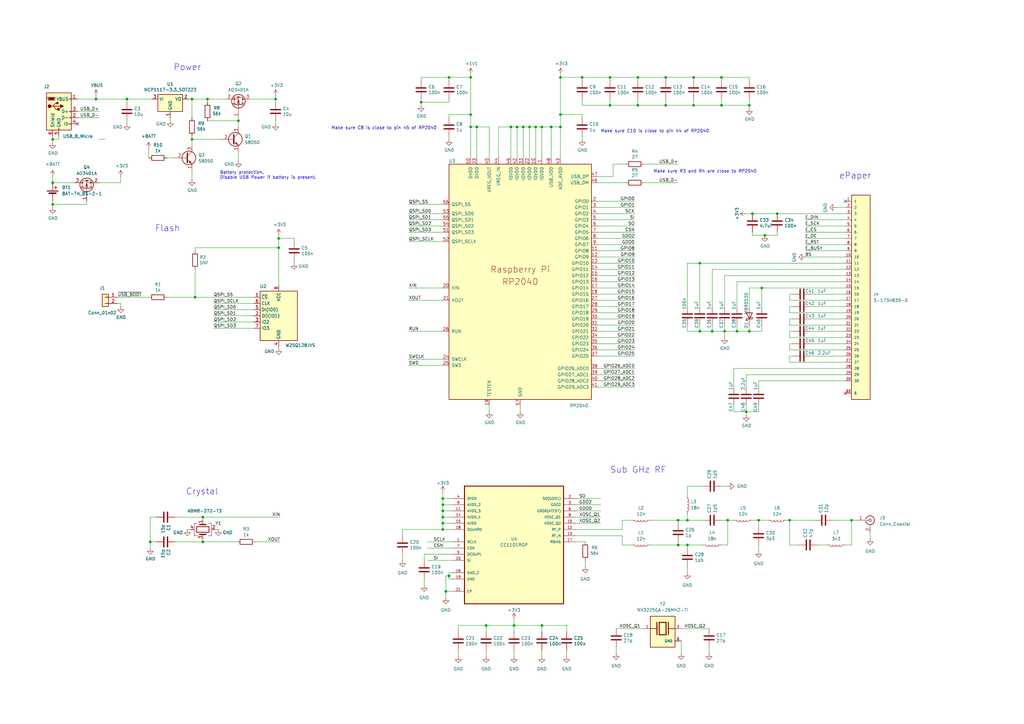
<source format=kicad_sch>
(kicad_sch (version 20230121) (generator eeschema)
  (paper "A3")
  (junction (at 181.61 212.09))
  (junction (at 261.62 31.75))
  (junction (at 307.34 135.89))
  (junction (at 78.74 40.64))
  (junction (at 85.09 40.64))
  (junction (at 214.63 52.07))
  (junction (at 114.3 101.6))
  (junction (at 229.87 46.99))
  (junction (at 261.62 43.18))
  (junction (at 61.595 222.25))
  (junction (at 217.17 52.07))
  (junction (at 287.02 135.89))
  (junction (at 80.01 121.92))
  (junction (at 284.48 31.75))
  (junction (at 21.59 74.93))
  (junction (at 83.185 212.09))
  (junction (at 273.05 43.18))
  (junction (at 21.59 57.15))
  (junction (at 52.07 40.64))
  (junction (at 21.59 83.82))
  (junction (at 222.25 256.54))
  (junction (at 308.61 87.63))
  (junction (at 284.48 43.18))
  (junction (at 323.85 213.36))
  (junction (at 229.87 52.07))
  (junction (at 172.72 41.91))
  (junction (at 295.91 31.75))
  (junction (at 193.04 52.07))
  (junction (at 182.88 242.57))
  (junction (at 181.61 204.47))
  (junction (at 39.37 40.64))
  (junction (at 278.13 213.36))
  (junction (at 311.15 213.36))
  (junction (at 184.15 236.22))
  (junction (at 210.82 256.54))
  (junction (at 349.25 213.36))
  (junction (at 97.79 49.53))
  (junction (at 113.03 40.64))
  (junction (at 292.1 135.89))
  (junction (at 287.02 107.95))
  (junction (at 281.94 223.52))
  (junction (at 193.04 46.99))
  (junction (at 297.18 135.89))
  (junction (at 307.34 43.18))
  (junction (at 281.94 213.36))
  (junction (at 250.19 43.18))
  (junction (at 83.185 222.25))
  (junction (at 199.39 256.54))
  (junction (at 209.55 52.07))
  (junction (at 229.87 31.75))
  (junction (at 273.05 31.75))
  (junction (at 295.91 43.18))
  (junction (at 313.69 96.52))
  (junction (at 193.04 31.75))
  (junction (at 212.09 52.07))
  (junction (at 114.3 97.79))
  (junction (at 298.45 213.36))
  (junction (at 195.58 52.07))
  (junction (at 181.61 214.63))
  (junction (at 222.25 52.07))
  (junction (at 181.61 217.17))
  (junction (at 78.74 57.15))
  (junction (at 184.15 31.75))
  (junction (at 250.19 31.75))
  (junction (at 318.77 87.63))
  (junction (at 312.42 118.11))
  (junction (at 181.61 209.55))
  (junction (at 181.61 207.01))
  (junction (at 278.13 223.52))
  (junction (at 238.76 31.75))
  (junction (at 219.71 52.07))
  (junction (at 226.06 52.07))
  (junction (at 306.07 168.91))
  (junction (at 302.26 135.89))
  (no_connect (at 346.71 161.29))
  (no_connect (at 346.71 82.55))
  (no_connect (at 31.75 50.8))
  (wire (pts (xy 236.22 214.63) (xy 246.38 214.63)))
  (wire (pts (xy 325.12 140.97) (xy 323.85 140.97)))
  (wire (pts (xy 323.85 146.05) (xy 323.85 148.59)))
  (wire (pts (xy 229.87 31.75) (xy 238.76 31.75)))
  (wire (pts (xy 193.04 52.07) (xy 193.04 64.77)))
  (wire (pts (xy 266.7 223.52) (xy 278.13 223.52)))
  (wire (pts (xy 245.11 115.57) (xy 260.35 115.57)))
  (wire (pts (xy 325.12 125.73) (xy 323.85 125.73)))
  (wire (pts (xy 300.99 158.75) (xy 300.99 151.13)))
  (wire (pts (xy 181.61 147.32) (xy 167.64 147.32)))
  (wire (pts (xy 185.42 234.95) (xy 184.15 234.95)))
  (wire (pts (xy 167.64 92.71) (xy 181.61 92.71)))
  (wire (pts (xy 97.79 49.53) (xy 97.79 52.07)))
  (wire (pts (xy 104.14 127) (xy 87.63 127)))
  (wire (pts (xy 222.25 52.07) (xy 226.06 52.07)))
  (wire (pts (xy 284.48 33.02) (xy 284.48 31.75)))
  (wire (pts (xy 104.14 132.08) (xy 87.63 132.08)))
  (wire (pts (xy 250.19 40.64) (xy 250.19 43.18)))
  (wire (pts (xy 323.85 213.36) (xy 322.58 213.36)))
  (wire (pts (xy 182.88 236.22) (xy 184.15 236.22)))
  (wire (pts (xy 287.02 107.95) (xy 281.94 107.95)))
  (wire (pts (xy 245.11 156.21) (xy 260.35 156.21)))
  (wire (pts (xy 281.94 213.36) (xy 288.29 213.36)))
  (wire (pts (xy 21.59 55.88) (xy 21.59 57.15)))
  (wire (pts (xy 172.72 41.91) (xy 172.72 43.18)))
  (wire (pts (xy 175.26 229.87) (xy 185.42 229.87)))
  (wire (pts (xy 219.71 52.07) (xy 222.25 52.07)))
  (wire (pts (xy 24.13 55.88) (xy 24.13 57.15)))
  (wire (pts (xy 181.61 204.47) (xy 185.42 204.47)))
  (wire (pts (xy 236.22 212.09) (xy 246.38 212.09)))
  (wire (pts (xy 181.61 99.06) (xy 167.64 99.06)))
  (wire (pts (xy 78.74 69.85) (xy 78.74 73.66)))
  (wire (pts (xy 181.61 135.89) (xy 167.64 135.89)))
  (wire (pts (xy 325.12 146.05) (xy 323.85 146.05)))
  (wire (pts (xy 250.19 31.75) (xy 261.62 31.75)))
  (wire (pts (xy 181.61 207.01) (xy 181.61 204.47)))
  (wire (pts (xy 204.47 52.07) (xy 209.55 52.07)))
  (wire (pts (xy 255.27 219.71) (xy 236.22 219.71)))
  (wire (pts (xy 21.59 72.39) (xy 21.59 74.93)))
  (wire (pts (xy 307.34 133.35) (xy 307.34 135.89)))
  (wire (pts (xy 83.185 220.98) (xy 83.185 222.25)))
  (wire (pts (xy 238.76 33.02) (xy 238.76 31.75)))
  (wire (pts (xy 181.61 149.86) (xy 167.64 149.86)))
  (wire (pts (xy 323.85 140.97) (xy 323.85 143.51)))
  (wire (pts (xy 21.59 83.82) (xy 21.59 82.55)))
  (wire (pts (xy 85.09 40.64) (xy 85.09 41.91)))
  (wire (pts (xy 229.87 52.07) (xy 229.87 64.77)))
  (wire (pts (xy 245.11 95.25) (xy 260.35 95.25)))
  (wire (pts (xy 238.76 55.88) (xy 238.76 57.15)))
  (wire (pts (xy 97.79 48.26) (xy 97.79 49.53)))
  (wire (pts (xy 255.27 223.52) (xy 259.08 223.52)))
  (wire (pts (xy 330.2 97.79) (xy 346.71 97.79)))
  (wire (pts (xy 312.42 135.89) (xy 307.34 135.89)))
  (wire (pts (xy 232.41 256.54) (xy 222.25 256.54)))
  (wire (pts (xy 278.13 223.52) (xy 281.94 223.52)))
  (wire (pts (xy 245.11 74.93) (xy 256.54 74.93)))
  (wire (pts (xy 87.63 124.46) (xy 104.14 124.46)))
  (wire (pts (xy 297.18 125.73) (xy 297.18 113.03)))
  (wire (pts (xy 281.94 210.82) (xy 281.94 213.36)))
  (wire (pts (xy 175.26 224.79) (xy 185.42 224.79)))
  (wire (pts (xy 40.64 57.15) (xy 43.18 57.15)))
  (wire (pts (xy 330.2 90.17) (xy 346.71 90.17)))
  (wire (pts (xy 182.88 242.57) (xy 182.88 236.22)))
  (wire (pts (xy 113.03 41.91) (xy 113.03 40.64)))
  (wire (pts (xy 229.87 46.99) (xy 238.76 46.99)))
  (wire (pts (xy 245.11 105.41) (xy 260.35 105.41)))
  (wire (pts (xy 245.11 146.05) (xy 260.35 146.05)))
  (wire (pts (xy 279.4 262.89) (xy 279.4 267.97)))
  (wire (pts (xy 297.18 133.35) (xy 297.18 135.89)))
  (wire (pts (xy 181.61 204.47) (xy 181.61 201.93)))
  (wire (pts (xy 31.75 40.64) (xy 39.37 40.64)))
  (wire (pts (xy 217.17 64.77) (xy 217.17 52.07)))
  (wire (pts (xy 236.22 207.01) (xy 246.38 207.01)))
  (wire (pts (xy 325.12 130.81) (xy 323.85 130.81)))
  (wire (pts (xy 245.11 102.87) (xy 260.35 102.87)))
  (wire (pts (xy 300.99 166.37) (xy 300.99 168.91)))
  (wire (pts (xy 114.3 97.79) (xy 114.3 101.6)))
  (wire (pts (xy 217.17 52.07) (xy 219.71 52.07)))
  (wire (pts (xy 173.99 237.49) (xy 173.99 240.03)))
  (wire (pts (xy 306.07 153.67) (xy 306.07 158.75)))
  (wire (pts (xy 204.47 64.77) (xy 204.47 52.07)))
  (wire (pts (xy 165.1 219.71) (xy 165.1 217.17)))
  (wire (pts (xy 287.02 135.89) (xy 281.94 135.89)))
  (wire (pts (xy 199.39 256.54) (xy 210.82 256.54)))
  (wire (pts (xy 252.73 257.81) (xy 264.16 257.81)))
  (wire (pts (xy 187.96 266.7) (xy 187.96 269.24)))
  (wire (pts (xy 64.135 222.25) (xy 61.595 222.25)))
  (wire (pts (xy 238.76 48.26) (xy 238.76 46.99)))
  (wire (pts (xy 68.58 121.92) (xy 80.01 121.92)))
  (wire (pts (xy 173.99 227.33) (xy 185.42 227.33)))
  (wire (pts (xy 236.22 217.17) (xy 255.27 217.17)))
  (wire (pts (xy 312.42 118.11) (xy 346.71 118.11)))
  (wire (pts (xy 335.28 223.52) (xy 339.09 223.52)))
  (wire (pts (xy 311.15 166.37) (xy 311.15 168.91)))
  (wire (pts (xy 167.64 95.25) (xy 181.61 95.25)))
  (wire (pts (xy 229.87 31.75) (xy 229.87 46.99)))
  (wire (pts (xy 332.74 120.65) (xy 346.71 120.65)))
  (wire (pts (xy 21.59 74.93) (xy 30.48 74.93)))
  (wire (pts (xy 245.11 113.03) (xy 260.35 113.03)))
  (wire (pts (xy 184.15 234.95) (xy 184.15 236.22)))
  (wire (pts (xy 193.04 31.75) (xy 193.04 46.99)))
  (wire (pts (xy 78.74 57.15) (xy 78.74 59.69)))
  (wire (pts (xy 281.94 213.36) (xy 278.13 213.36)))
  (wire (pts (xy 245.11 82.55) (xy 260.35 82.55)))
  (wire (pts (xy 342.9 85.09) (xy 346.71 85.09)))
  (wire (pts (xy 83.185 213.36) (xy 83.185 212.09)))
  (wire (pts (xy 332.74 135.89) (xy 346.71 135.89)))
  (wire (pts (xy 261.62 43.18) (xy 250.19 43.18)))
  (wire (pts (xy 332.74 146.05) (xy 346.71 146.05)))
  (wire (pts (xy 167.64 87.63) (xy 181.61 87.63)))
  (wire (pts (xy 297.18 113.03) (xy 346.71 113.03)))
  (wire (pts (xy 78.74 57.15) (xy 90.17 57.15)))
  (wire (pts (xy 167.64 118.11) (xy 181.61 118.11)))
  (wire (pts (xy 172.72 31.75) (xy 184.15 31.75)))
  (wire (pts (xy 295.91 40.64) (xy 295.91 43.18)))
  (wire (pts (xy 250.19 43.18) (xy 238.76 43.18)))
  (wire (pts (xy 245.11 107.95) (xy 260.35 107.95)))
  (wire (pts (xy 308.61 87.63) (xy 318.77 87.63)))
  (wire (pts (xy 292.1 110.49) (xy 346.71 110.49)))
  (wire (pts (xy 39.37 39.37) (xy 39.37 40.64)))
  (wire (pts (xy 184.15 237.49) (xy 185.42 237.49)))
  (wire (pts (xy 181.61 212.09) (xy 181.61 209.55)))
  (wire (pts (xy 181.61 209.55) (xy 185.42 209.55)))
  (wire (pts (xy 323.85 213.36) (xy 334.01 213.36)))
  (wire (pts (xy 281.94 223.52) (xy 288.29 223.52)))
  (wire (pts (xy 200.66 64.77) (xy 200.66 52.07)))
  (wire (pts (xy 52.07 41.91) (xy 52.07 40.64)))
  (wire (pts (xy 281.94 199.39) (xy 281.94 203.2)))
  (wire (pts (xy 245.11 72.39) (xy 251.46 72.39)))
  (wire (pts (xy 77.47 40.64) (xy 78.74 40.64)))
  (wire (pts (xy 284.48 40.64) (xy 284.48 43.18)))
  (wire (pts (xy 302.26 135.89) (xy 297.18 135.89)))
  (wire (pts (xy 250.19 33.02) (xy 250.19 31.75)))
  (wire (pts (xy 311.15 223.52) (xy 311.15 226.06)))
  (wire (pts (xy 323.85 125.73) (xy 323.85 128.27)))
  (wire (pts (xy 279.4 257.81) (xy 290.83 257.81)))
  (wire (pts (xy 297.18 138.43) (xy 297.18 135.89)))
  (wire (pts (xy 222.25 256.54) (xy 222.25 259.08)))
  (wire (pts (xy 184.15 41.91) (xy 184.15 40.64)))
  (wire (pts (xy 341.63 213.36) (xy 349.25 213.36)))
  (wire (pts (xy 318.77 87.63) (xy 346.71 87.63)))
  (wire (pts (xy 113.03 49.53) (xy 113.03 50.8)))
  (wire (pts (xy 292.1 125.73) (xy 292.1 110.49)))
  (wire (pts (xy 71.755 222.25) (xy 83.185 222.25)))
  (wire (pts (xy 60.96 121.92) (xy 48.26 121.92)))
  (wire (pts (xy 261.62 40.64) (xy 261.62 43.18)))
  (wire (pts (xy 245.11 151.13) (xy 260.35 151.13)))
  (wire (pts (xy 78.74 40.64) (xy 85.09 40.64)))
  (wire (pts (xy 346.71 153.67) (xy 306.07 153.67)))
  (wire (pts (xy 307.34 125.73) (xy 307.34 118.11)))
  (wire (pts (xy 245.11 110.49) (xy 260.35 110.49)))
  (wire (pts (xy 284.48 43.18) (xy 273.05 43.18)))
  (wire (pts (xy 187.96 256.54) (xy 199.39 256.54)))
  (wire (pts (xy 295.91 223.52) (xy 298.45 223.52)))
  (wire (pts (xy 114.3 101.6) (xy 114.3 116.84)))
  (wire (pts (xy 120.65 106.68) (xy 120.65 107.95)))
  (wire (pts (xy 298.45 223.52) (xy 298.45 213.36)))
  (wire (pts (xy 323.85 138.43) (xy 346.71 138.43)))
  (wire (pts (xy 62.23 40.64) (xy 52.07 40.64)))
  (wire (pts (xy 323.85 135.89) (xy 323.85 138.43)))
  (wire (pts (xy 219.71 64.77) (xy 219.71 52.07)))
  (wire (pts (xy 226.06 52.07) (xy 229.87 52.07)))
  (wire (pts (xy 245.11 135.89) (xy 260.35 135.89)))
  (wire (pts (xy 264.16 74.93) (xy 278.13 74.93)))
  (wire (pts (xy 281.94 223.52) (xy 281.94 224.79)))
  (wire (pts (xy 181.61 83.82) (xy 167.64 83.82)))
  (wire (pts (xy 187.96 259.08) (xy 187.96 256.54)))
  (wire (pts (xy 330.2 105.41) (xy 346.71 105.41)))
  (wire (pts (xy 195.58 52.07) (xy 193.04 52.07)))
  (wire (pts (xy 245.11 140.97) (xy 260.35 140.97)))
  (wire (pts (xy 295.91 199.39) (xy 298.45 199.39)))
  (wire (pts (xy 113.03 40.64) (xy 113.03 39.37)))
  (wire (pts (xy 307.34 33.02) (xy 307.34 31.75)))
  (wire (pts (xy 61.595 212.09) (xy 61.595 222.25)))
  (wire (pts (xy 302.26 133.35) (xy 302.26 135.89)))
  (wire (pts (xy 40.64 74.93) (xy 49.53 74.93)))
  (wire (pts (xy 184.15 31.75) (xy 193.04 31.75)))
  (wire (pts (xy 346.71 107.95) (xy 287.02 107.95)))
  (wire (pts (xy 332.74 130.81) (xy 346.71 130.81)))
  (wire (pts (xy 273.05 31.75) (xy 284.48 31.75)))
  (wire (pts (xy 85.09 40.64) (xy 92.71 40.64)))
  (wire (pts (xy 245.11 153.67) (xy 260.35 153.67)))
  (wire (pts (xy 295.91 43.18) (xy 284.48 43.18)))
  (wire (pts (xy 311.15 213.36) (xy 314.96 213.36)))
  (wire (pts (xy 284.48 31.75) (xy 295.91 31.75)))
  (wire (pts (xy 273.05 43.18) (xy 261.62 43.18)))
  (wire (pts (xy 229.87 30.48) (xy 229.87 31.75)))
  (wire (pts (xy 209.55 64.77) (xy 209.55 52.07)))
  (wire (pts (xy 185.42 242.57) (xy 182.88 242.57)))
  (wire (pts (xy 212.09 52.07) (xy 214.63 52.07)))
  (wire (pts (xy 302.26 115.57) (xy 346.71 115.57)))
  (wire (pts (xy 245.11 128.27) (xy 260.35 128.27)))
  (wire (pts (xy 308.61 213.36) (xy 311.15 213.36)))
  (wire (pts (xy 21.59 57.15) (xy 21.59 58.42)))
  (wire (pts (xy 346.71 156.21) (xy 311.15 156.21)))
  (wire (pts (xy 307.34 40.64) (xy 307.34 43.18)))
  (wire (pts (xy 236.22 209.55) (xy 246.38 209.55)))
  (wire (pts (xy 281.94 107.95) (xy 281.94 125.73)))
  (wire (pts (xy 236.22 204.47) (xy 246.38 204.47)))
  (wire (pts (xy 181.61 207.01) (xy 185.42 207.01)))
  (wire (pts (xy 295.91 31.75) (xy 307.34 31.75)))
  (wire (pts (xy 287.02 107.95) (xy 287.02 125.73)))
  (wire (pts (xy 346.71 223.52) (xy 349.25 223.52)))
  (wire (pts (xy 195.58 64.77) (xy 195.58 52.07)))
  (wire (pts (xy 311.15 168.91) (xy 306.07 168.91)))
  (wire (pts (xy 332.74 125.73) (xy 346.71 125.73)))
  (wire (pts (xy 245.11 143.51) (xy 260.35 143.51)))
  (wire (pts (xy 290.83 265.43) (xy 290.83 267.97)))
  (wire (pts (xy 102.87 40.64) (xy 113.03 40.64)))
  (wire (pts (xy 39.37 40.64) (xy 52.07 40.64)))
  (wire (pts (xy 222.25 256.54) (xy 210.82 256.54)))
  (wire (pts (xy 48.26 124.46) (xy 49.53 124.46)))
  (wire (pts (xy 245.11 118.11) (xy 260.35 118.11)))
  (wire (pts (xy 167.64 90.17) (xy 181.61 90.17)))
  (wire (pts (xy 295.91 43.18) (xy 307.34 43.18)))
  (wire (pts (xy 292.1 135.89) (xy 287.02 135.89)))
  (wire (pts (xy 255.27 213.36) (xy 259.08 213.36)))
  (wire (pts (xy 193.04 30.48) (xy 193.04 31.75)))
  (wire (pts (xy 120.65 97.79) (xy 114.3 97.79)))
  (wire (pts (xy 212.09 64.77) (xy 212.09 52.07)))
  (wire (pts (xy 199.39 266.7) (xy 199.39 269.24)))
  (wire (pts (xy 83.185 222.25) (xy 97.155 222.25)))
  (wire (pts (xy 255.27 223.52) (xy 255.27 219.71)))
  (wire (pts (xy 323.85 128.27) (xy 346.71 128.27)))
  (wire (pts (xy 104.14 129.54) (xy 87.63 129.54)))
  (wire (pts (xy 88.265 217.17) (xy 89.535 217.17)))
  (wire (pts (xy 238.76 31.75) (xy 250.19 31.75)))
  (wire (pts (xy 184.15 48.26) (xy 184.15 46.99)))
  (wire (pts (xy 78.74 55.88) (xy 78.74 57.15)))
  (wire (pts (xy 330.2 95.25) (xy 346.71 95.25)))
  (wire (pts (xy 172.72 33.02) (xy 172.72 31.75)))
  (wire (pts (xy 306.07 166.37) (xy 306.07 168.91)))
  (wire (pts (xy 261.62 31.75) (xy 273.05 31.75)))
  (wire (pts (xy 264.16 67.31) (xy 278.13 67.31)))
  (wire (pts (xy 252.73 265.43) (xy 252.73 267.97)))
  (wire (pts (xy 181.61 214.63) (xy 181.61 217.17)))
  (wire (pts (xy 295.91 33.02) (xy 295.91 31.75)))
  (wire (pts (xy 251.46 67.31) (xy 251.46 72.39)))
  (wire (pts (xy 193.04 46.99) (xy 193.04 52.07)))
  (wire (pts (xy 300.99 168.91) (xy 306.07 168.91)))
  (wire (pts (xy 213.36 166.37) (xy 213.36 168.91)))
  (wire (pts (xy 172.72 41.91) (xy 184.15 41.91)))
  (wire (pts (xy 349.25 223.52) (xy 349.25 213.36)))
  (wire (pts (xy 306.07 168.91) (xy 306.07 170.18)))
  (wire (pts (xy 104.775 222.25) (xy 114.935 222.25)))
  (wire (pts (xy 200.66 166.37) (xy 200.66 168.91)))
  (wire (pts (xy 165.1 227.33) (xy 165.1 229.87)))
  (wire (pts (xy 281.94 232.41) (xy 281.94 234.95)))
  (wire (pts (xy 281.94 199.39) (xy 288.29 199.39)))
  (wire (pts (xy 323.85 120.65) (xy 323.85 123.19)))
  (wire (pts (xy 184.15 236.22) (xy 184.15 237.49)))
  (wire (pts (xy 240.03 229.87) (xy 240.03 232.41)))
  (wire (pts (xy 173.99 227.33) (xy 173.99 229.87)))
  (wire (pts (xy 181.61 212.09) (xy 185.42 212.09)))
  (wire (pts (xy 307.34 135.89) (xy 302.26 135.89)))
  (wire (pts (xy 323.85 130.81) (xy 323.85 133.35)))
  (wire (pts (xy 356.87 218.44) (xy 356.87 220.98)))
  (wire (pts (xy 311.15 213.36) (xy 311.15 215.9)))
  (wire (pts (xy 49.53 74.93) (xy 49.53 72.39)))
  (wire (pts (xy 209.55 52.07) (xy 212.09 52.07)))
  (wire (pts (xy 200.66 52.07) (xy 195.58 52.07)))
  (wire (pts (xy 245.11 138.43) (xy 260.35 138.43)))
  (wire (pts (xy 245.11 158.75) (xy 260.35 158.75)))
  (wire (pts (xy 330.2 102.87) (xy 346.71 102.87)))
  (wire (pts (xy 232.41 266.7) (xy 232.41 269.24)))
  (wire (pts (xy 332.74 140.97) (xy 346.71 140.97)))
  (wire (pts (xy 323.85 133.35) (xy 346.71 133.35)))
  (wire (pts (xy 210.82 266.7) (xy 210.82 269.24)))
  (wire (pts (xy 222.25 52.07) (xy 222.25 64.77)))
  (wire (pts (xy 83.185 212.09) (xy 114.935 212.09)))
  (wire (pts (xy 318.77 95.25) (xy 318.77 96.52)))
  (wire (pts (xy 245.11 92.71) (xy 260.35 92.71)))
  (wire (pts (xy 298.45 213.36) (xy 300.99 213.36)))
  (wire (pts (xy 245.11 130.81) (xy 260.35 130.81)))
  (wire (pts (xy 278.13 213.36) (xy 278.13 214.63)))
  (wire (pts (xy 307.34 43.18) (xy 307.34 44.45)))
  (wire (pts (xy 182.88 242.57) (xy 182.88 245.11)))
  (wire (pts (xy 120.65 99.06) (xy 120.65 97.79)))
  (wire (pts (xy 21.59 83.82) (xy 35.56 83.82)))
  (wire (pts (xy 52.07 49.53) (xy 52.07 50.8)))
  (wire (pts (xy 245.11 123.19) (xy 260.35 123.19)))
  (wire (pts (xy 78.74 40.64) (xy 78.74 48.26)))
  (wire (pts (xy 273.05 40.64) (xy 273.05 43.18)))
  (wire (pts (xy 21.59 85.09) (xy 21.59 83.82)))
  (wire (pts (xy 185.42 214.63) (xy 181.61 214.63)))
  (wire (pts (xy 245.11 87.63) (xy 260.35 87.63)))
  (wire (pts (xy 245.11 100.33) (xy 260.35 100.33)))
  (wire (pts (xy 71.755 212.09) (xy 83.185 212.09)))
  (wire (pts (xy 327.66 223.52) (xy 323.85 223.52)))
  (wire (pts (xy 181.61 217.17) (xy 185.42 217.17)))
  (wire (pts (xy 80.01 102.87) (xy 80.01 101.6)))
  (wire (pts (xy 313.69 96.52) (xy 318.77 96.52)))
  (wire (pts (xy 181.61 209.55) (xy 181.61 207.01)))
  (wire (pts (xy 349.25 213.36) (xy 351.79 213.36)))
  (wire (pts (xy 281.94 135.89) (xy 281.94 133.35)))
  (wire (pts (xy 184.15 33.02) (xy 184.15 31.75)))
  (wire (pts (xy 61.595 222.25) (xy 61.595 224.79)))
  (wire (pts (xy 181.61 214.63) (xy 181.61 212.09)))
  (wire (pts (xy 114.3 142.875) (xy 114.3 142.24)))
  (wire (pts (xy 80.01 110.49) (xy 80.01 121.92)))
  (wire (pts (xy 172.72 40.64) (xy 172.72 41.91)))
  (wire (pts (xy 184.15 55.88) (xy 184.15 57.15)))
  (wire (pts (xy 210.82 256.54) (xy 210.82 259.08)))
  (wire (pts (xy 24.13 57.15) (xy 21.59 57.15)))
  (wire (pts (xy 229.87 46.99) (xy 229.87 52.07)))
  (wire (pts (xy 175.26 222.25) (xy 185.42 222.25)))
  (wire (pts (xy 80.01 101.6) (xy 114.3 101.6)))
  (wire (pts (xy 232.41 259.08) (xy 232.41 256.54)))
  (wire (pts (xy 302.26 125.73) (xy 302.26 115.57)))
  (wire (pts (xy 323.85 223.52) (xy 323.85 213.36)))
  (wire (pts (xy 68.58 64.77) (xy 71.12 64.77)))
  (wire (pts (xy 49.53 124.46) (xy 49.53 125.73)))
  (wire (pts (xy 76.835 217.17) (xy 78.105 217.17)))
  (wire (pts (xy 261.62 33.02) (xy 261.62 31.75)))
  (wire (pts (xy 255.27 217.17) (xy 255.27 213.36)))
  (wire (pts (xy 251.46 67.31) (xy 256.54 67.31)))
  (wire (pts (xy 214.63 52.07) (xy 217.17 52.07)))
  (wire (pts (xy 297.18 135.89) (xy 292.1 135.89)))
  (wire (pts (xy 97.79 66.04) (xy 97.79 62.23)))
  (wire (pts (xy 31.75 45.72) (xy 40.64 45.72)))
  (wire (pts (xy 31.75 48.26) (xy 40.64 48.26)))
  (wire (pts (xy 245.11 85.09) (xy 260.35 85.09)))
  (wire (pts (xy 226.06 64.77) (xy 226.06 52.07)))
  (wire (pts (xy 323.85 120.65) (xy 325.12 120.65)))
  (wire (pts (xy 236.22 222.25) (xy 240.03 222.25)))
  (wire (pts (xy 266.7 213.36) (xy 278.13 213.36)))
  (wire (pts (xy 273.05 33.02) (xy 273.05 31.75)))
  (wire (pts (xy 292.1 133.35) (xy 292.1 135.89)))
  (wire (pts (xy 323.85 123.19) (xy 346.71 123.19)))
  (wire (pts (xy 199.39 256.54) (xy 199.39 259.08)))
  (wire (pts (xy 312.42 118.11) (xy 312.42 125.73)))
  (wire (pts (xy 35.56 82.55) (xy 35.56 83.82)))
  (wire (pts (xy 238.76 40.64) (xy 238.76 43.18)))
  (wire (pts (xy 323.85 148.59) (xy 346.71 148.59)))
  (wire (pts (xy 306.07 87.63) (xy 308.61 87.63)))
  (wire (pts (xy 214.63 64.77) (xy 214.63 52.07)))
  (wire (pts (xy 330.2 100.33) (xy 346.71 100.33)))
  (wire (pts (xy 222.25 266.7) (xy 222.25 269.24)))
  (wire (pts (xy 330.2 92.71) (xy 346.71 92.71)))
  (wire (pts (xy 307.34 118.11) (xy 312.42 118.11)))
  (wire (pts (xy 308.61 96.52) (xy 313.69 96.52)))
  (wire (pts (xy 181.61 123.19) (xy 167.64 123.19)))
  (wire (pts (xy 245.11 120.65) (xy 260.35 120.65)))
  (wire (pts (xy 104.14 134.62) (xy 87.63 134.62)))
  (wire (pts (xy 60.96 60.96) (xy 60.96 64.77)))
  (wire (pts (xy 245.11 90.17) (xy 260.35 90.17)))
  (wire (pts (xy 295.91 213.36) (xy 298.45 213.36)))
  (wire (pts (xy 308.61 95.25) (xy 308.61 96.52)))
  (wire (pts (xy 245.11 97.79) (xy 260.35 97.79)))
  (wire (pts (xy 325.12 135.89) (xy 323.85 135.89)))
  (wire (pts (xy 69.85 48.26) (xy 69.85 49.53)))
  (wire (pts (xy 64.135 212.09) (xy 61.595 212.09)))
  (wire (pts (xy 300.99 151.13) (xy 346.71 151.13)))
  (wire (pts (xy 278.13 223.52) (xy 278.13 222.25)))
  (wire (pts (xy 312.42 133.35) (xy 312.42 135.89)))
  (wire (pts (xy 85.09 49.53) (xy 97.79 49.53)))
  (wire (pts (xy 311.15 156.21) (xy 311.15 158.75)))
  (wire (pts (xy 210.82 254) (xy 210.82 256.54)))
  (wire (pts (xy 184.15 46.99) (xy 193.04 46.99)))
  (wire (pts (xy 165.1 217.17) (xy 181.61 217.17)))
  (wire (pts (xy 80.01 121.92) (xy 104.14 121.92)))
  (wire (pts (xy 245.11 133.35) (xy 260.35 133.35)))
  (wire (pts (xy 114.3 96.52) (xy 114.3 97.79)))
  (wire (pts (xy 323.85 143.51) (xy 346.71 143.51)))
  (wire (pts (xy 245.11 125.73) (xy 260.35 125.73)))
  (wire (pts (xy 287.02 133.35) (xy 287.02 135.89)))
  (text "Power" (at 71.12 29.21 0) (effects (font (size 2.54 2.54)) (justify left bottom)))
  (text "ePaper" (at 344.17 73.66 0) (effects (font (size 2.54 2.54)) (justify left bottom)))
  (text "Battery protection.\nDisable USB Power if battery is present." (at 90.17 73.66 0) (effects (font (size 1.27 1.27)) (justify left bottom)))
  (text "Sub GHz RF" (at 250.19 194.31 0) (effects (font (size 2.54 2.54)) (justify left bottom)))
  (text "Flash" (at 63.5 95.25 0) (effects (font (size 2.54 2.54)) (justify left bottom)))
  (text "Make sure R3 and R4 are close to RP2040" (at 267.97 71.12 0) (effects (font (size 1.27 1.27)) (justify left bottom)))
  (text "Make sure C8 is close to pin 45 of RP2040" (at 135.89 53.34 0) (effects (font (size 1.27 1.27)) (justify left bottom)))
  (text "Make sure C10 is close to pin 44 of RP2040" (at 246.38 54.61 0) (effects (font (size 1.27 1.27)) (justify left bottom)))
  (text "Crystal" (at 76.2 203.2 0) (effects (font (size 2.54 2.54)) (justify left bottom)))
  (label "GDO2" (at 260.35 97.79 180))
  (label "GDO2" (at 237.49 207.01 0))
  (label "XIN" (at 114.935 212.09 180))
  (label "XOUT" (at 167.64 123.19 0))
  (label "SCK" (at 260.35 87.63 180))
  (label "GDO0" (at 237.49 209.55 0))
  (label "GPIO25" (at 260.35 146.05 180))
  (label "SWCLK" (at 167.64 147.32 0))
  (label "E_RST" (at 330.2 100.33 0))
  (label "QSPI_SCLK" (at 167.64 99.06 0))
  (label "QSPI_SD2" (at 87.63 132.08 0))
  (label "CSN" (at 177.8 224.79 0))
  (label "GPIO0" (at 260.35 82.55 180))
  (label "QSPI_SS" (at 167.64 83.82 0))
  (label "GDO0" (at 260.35 100.33 180))
  (label "XOUT" (at 114.935 222.25 180))
  (label "BS" (at 330.2 105.41 0))
  (label "QSPI_SD2" (at 167.64 92.71 0))
  (label "GPIO18" (at 260.35 128.27 180))
  (label "E_DIN" (at 330.2 90.17 0))
  (label "E_DC" (at 330.2 97.79 0))
  (label "XOSC_Q2" (at 280.67 257.81 0))
  (label "GPIO20" (at 260.35 133.35 180))
  (label "USB_D-" (at 40.64 48.26 180))
  (label "GPIO24" (at 260.35 143.51 180))
  (label "QSPI_SD1" (at 87.63 129.54 0))
  (label "GPIO1" (at 260.35 85.09 180))
  (label "GPIO16" (at 260.35 123.19 180))
  (label "E_SCK" (at 330.2 92.71 0))
  (label "QSPI_SCLK" (at 87.63 124.46 0))
  (label "GPIO27_ADC1" (at 260.35 153.67 180))
  (label "RUN" (at 167.64 135.89 0))
  (label "QSPI_SD3" (at 87.63 134.62 0))
  (label "SI" (at 177.8 229.87 0))
  (label "XOSC_Q1" (at 254 257.81 0))
  (label "GPIO21" (at 260.35 135.89 180))
  (label "GPIO29_ADC3" (at 260.35 158.75 180))
  (label "E_BUSY" (at 330.2 102.87 0))
  (label "XOSC_Q1" (at 237.49 212.09 0))
  (label "USB_D+" (at 278.13 67.31 180))
  (label "GPIO9" (at 260.35 105.41 180))
  (label "XIN" (at 167.64 118.11 0))
  (label "QSPI_SD3" (at 167.64 95.25 0))
  (label "SI" (at 260.35 90.17 180))
  (label "GPIO8" (at 260.35 102.87 180))
  (label "GPIO26_ADC0" (at 260.35 151.13 180))
  (label "GPIO17" (at 260.35 125.73 180))
  (label "QSPI_SD1" (at 167.64 90.17 0))
  (label "GPIO28_ADC2" (at 260.35 156.21 180))
  (label "GPIO10" (at 260.35 107.95 180))
  (label "GPIO19" (at 260.35 130.81 180))
  (label "XOSC_Q2" (at 237.49 214.63 0))
  (label "SCLK" (at 177.8 222.25 0))
  (label "GPIO22" (at 260.35 138.43 180))
  (label "QSPI_SS" (at 87.63 121.92 0))
  (label "USB_D+" (at 40.64 45.72 180))
  (label "~{USB_BOOT}" (at 48.26 121.92 0))
  (label "SWD" (at 167.64 149.86 0))
  (label "USB_D-" (at 278.13 74.93 180))
  (label "GPIO15" (at 260.35 120.65 180))
  (label "GPIO14" (at 260.35 118.11 180))
  (label "CSN" (at 260.35 95.25 180))
  (label "SO" (at 260.35 92.71 180))
  (label "E_CS" (at 330.2 95.25 0))
  (label "QSPI_SD0" (at 167.64 87.63 0))
  (label "GPIO12" (at 260.35 113.03 180))
  (label "GPIO11" (at 260.35 110.49 180))
  (label "GPIO13" (at 260.35 115.57 180))
  (label "QSPI_SD0" (at 87.63 127 0))
  (label "SO" (at 237.49 204.47 0))
  (label "GPIO23" (at 260.35 140.97 180))
  (symbol (lib_id "power:GND") (at 313.69 96.52 0) (unit 1)
    (property "Reference" "#PWR042" (effects hide))
    (property "Value" "GND" (at 313.817 100.9142 0))
  )
  (symbol (lib_id "power:GND") (at 297.18 138.43 0) (unit 1)
    (property "Reference" "#PWR043" (effects hide))
    (property "Value" "GND" (at 297.307 142.8242 0))
  )
  (symbol (lib_id "power:GND") (at 69.85 49.53 0) (unit 1)
    (property "Reference" "#PWR08" (effects hide))
    (property "Value" "GND" (at 66.04 50.8 0))
  )
  (symbol (lib_id "Device:L") (at 318.77 213.36 270) (unit 1)
    (property "Reference" "L6" (at 318.77 208.28 90))
    (property "Value" "12n" (at 318.77 210.82 90))
    (property "Footprint" "Inductor_SMD:L_0402_1005Metric" (effects hide))
  )
  (symbol (lib_id "power:GND") (at 187.96 269.24 0) (unit 1)
    (property "Reference" "#PWR027" (effects hide))
    (property "Value" "GND" (at 187.96 274.32 0))
  )
  (symbol (lib_id "Device:C") (at 67.945 222.25 270) (unit 1)
    (property "Reference" "C2" (at 69.1134 225.171 0) (effects (justify left)))
    (property "Value" "15p" (at 66.802 225.171 0) (effects (justify left)))
    (property "Footprint" "Capacitor_SMD:C_0402_1005Metric" (effects hide))
  )
  (symbol (lib_id "Device:C") (at 165.1 223.52 0) (unit 1)
    (property "Reference" "C20" (at 168.021 222.3516 0) (effects (justify left)))
    (property "Value" "100n" (at 168.021 224.663 0) (effects (justify left)))
    (property "Footprint" "Capacitor_SMD:C_0402_1005Metric" (effects hide))
  )
  (symbol (lib_id "power:+3V3") (at 306.07 87.63 90) (unit 1)
    (property "Reference" "#PWR041" (effects hide))
    (property "Value" "+3V3" (at 302.26 87.63 0))
  )
  (symbol (lib_id "NX3225GA-26MHZ-TI:NX3225GA-26MHZ-TI") (at 271.78 257.81 0) (unit 1)
    (property "Reference" "Y2" (at 271.78 247.65 0))
    (property "Value" "NX3225GA-26MHZ-TI" (at 271.78 250.19 0))
    (property "Footprint" "NX3225GA-26MHZ-TI:OSCCC320X250X90N" (effects hide))
    (property "MF" "NDK America," (effects hide))
    (property "MAXIMUM_PACKAGE_HEIGHT" "0.9 mm" (effects hide))
    (property "Package" "SMD-4 NDK" (effects hide))
    (property "Price" "None" (effects hide))
    (property "Check_prices" "https://www.snapeda.com/parts/NX3225GA-26MHZ-TI/NDK+America%252C+Inc./view-part/?ref=eda" (effects hide))
    (property "STANDARD" "IPC 7351B" (effects hide))
    (property "PARTREV" "N/A" (effects hide))
    (property "SnapEDA_Link" "https://www.snapeda.com/parts/NX3225GA-26MHZ-TI/NDK+America%252C+Inc./view-part/?ref=snap" (effects hide))
    (property "MP" "NX3225GA-26MHZ-TI" (effects hide))
    (property "Description" "\n26 MHz ±20ppm Crystal 10pF 50 Ohms 4-SMD, No Lead\n" (effects hide))
    (property "SNAPEDA_PN" "NX3225GA-26MHZ-TI" (effects hide))
    (property "Availability" "In Stock" (effects hide))
    (property "MANUFACTURER" "NDK" (effects hide))
  )
  (symbol (lib_id "power:GND") (at 252.73 267.97 0) (unit 1)
    (property "Reference" "#PWR032" (effects hide))
    (property "Value" "GND" (at 252.73 273.05 0))
  )
  (symbol (lib_id "power:GND") (at 114.3 142.875 0) (unit 1)
    (property "Reference" "#PWR012" (effects hide))
    (property "Value" "GND" (at 110.49 144.145 0))
  )
  (symbol (lib_id "Device:L") (at 292.1 223.52 270) (unit 1)
    (property "Reference" "L4" (at 292.1 218.44 90))
    (property "Value" "18n" (at 292.1 220.98 90))
    (property "Footprint" "Inductor_SMD:L_0402_1005Metric" (effects hide))
  )
  (symbol (lib_id "Device:C") (at 328.93 130.81 270) (unit 1)
    (property "Reference" "C43" (at 330.2 129.54 90) (effects (justify left)))
    (property "Value" "1uF" (at 335.28 129.54 90) (effects (justify left)))
    (property "Footprint" "Capacitor_SMD:C_0402_1005Metric" (effects hide))
  )
  (symbol (lib_id "Device:C") (at 222.25 262.89 0) (unit 1)
    (property "Reference" "C24" (at 225.171 261.7216 0) (effects (justify left)))
    (property "Value" "100n" (at 225.171 264.033 0) (effects (justify left)))
    (property "Footprint" "Capacitor_SMD:C_0402_1005Metric" (effects hide))
  )
  (symbol (lib_id "Device:C") (at 306.07 162.56 0) (unit 1)
    (property "Reference" "C48" (at 304.8 168.91 90) (effects (justify left)))
    (property "Value" "2.2uF" (at 304.8 160.02 90) (effects (justify left)))
    (property "Footprint" "Capacitor_SMD:C_0402_1005Metric" (effects hide))
  )
  (symbol (lib_id "power:GND") (at 213.36 168.91 0) (unit 1)
    (property "Reference" "#PWR018" (effects hide))
    (property "Value" "GND" (at 213.487 173.3042 0))
  )
  (symbol (lib_id "Device:C") (at 311.15 219.71 0) (unit 1)
    (property "Reference" "C30" (at 314.071 218.5416 0) (effects (justify left)))
    (property "Value" "3p3" (at 314.071 220.853 0) (effects (justify left)))
    (property "Footprint" "Capacitor_SMD:C_0402_1005Metric" (effects hide))
  )
  (symbol (lib_id "power:GND") (at 240.03 232.41 0) (unit 1)
    (property "Reference" "#PWR026" (effects hide))
    (property "Value" "GND" (at 240.03 237.49 0))
  )
  (symbol (lib_id "Device:C") (at 261.62 36.83 0) (unit 1)
    (property "Reference" "C12" (at 264.541 35.6616 0) (effects (justify left)))
    (property "Value" "100n" (at 264.541 37.973 0) (effects (justify left)))
    (property "Footprint" "Capacitor_SMD:C_0402_1005Metric" (effects hide))
  )
  (symbol (lib_id "power:+3V3") (at 210.82 254 0) (unit 1)
    (property "Reference" "#PWR035" (effects hide))
    (property "Value" "+3V3" (at 210.82 250.19 0))
  )
  (symbol (lib_id "power:GND") (at 210.82 269.24 0) (unit 1)
    (property "Reference" "#PWR029" (effects hide))
    (property "Value" "GND" (at 210.82 274.32 0))
  )
  (symbol (lib_id "power:GND") (at 290.83 267.97 0) (unit 1)
    (property "Reference" "#PWR034" (effects hide))
    (property "Value" "GND" (at 290.83 273.05 0))
  )
  (symbol (lib_id "Device:R") (at 64.77 64.77 270) (unit 1)
    (property "Reference" "R10" (at 64.77 59.5122 90))
    (property "Value" "1k" (at 64.77 61.8236 90))
    (property "Footprint" "Resistor_SMD:R_0402_1005Metric" (effects hide))
  )
  (symbol (lib_id "Device:C") (at 328.93 146.05 270) (unit 1)
    (property "Reference" "C46" (at 330.2 144.78 90) (effects (justify left)))
    (property "Value" "2.2uF" (at 335.28 144.78 90) (effects (justify left)))
    (property "Footprint" "Capacitor_SMD:C_0402_1005Metric" (effects hide))
  )
  (symbol (lib_id "Device:C") (at 290.83 261.62 0) (unit 1)
    (property "Reference" "C17" (at 293.751 260.4516 0) (effects (justify left)))
    (property "Value" "27p" (at 293.751 262.763 0) (effects (justify left)))
    (property "Footprint" "Capacitor_SMD:C_0402_1005Metric" (effects hide))
  )
  (symbol (lib_id "power:+1V1") (at 193.04 30.48 0) (unit 1)
    (property "Reference" "#PWR016" (effects hide))
    (property "Value" "+1V1" (at 193.421 26.0858 0))
  )
  (symbol (lib_id "power:GND") (at 182.88 245.11 0) (unit 1)
    (property "Reference" "#PWR039" (effects hide))
    (property "Value" "GND" (at 182.88 250.19 0))
  )
  (symbol (lib_id "Device:L") (at 342.9 223.52 270) (unit 1)
    (property "Reference" "L7" (at 342.9 218.44 90))
    (property "Value" "3n3" (at 342.9 220.98 90))
    (property "Footprint" "Inductor_SMD:L_0402_1005Metric" (effects hide))
  )
  (symbol (lib_id "Device:C") (at 307.34 36.83 0) (unit 1)
    (property "Reference" "C16" (at 310.261 35.6616 0) (effects (justify left)))
    (property "Value" "100n" (at 310.261 37.973 0) (effects (justify left)))
    (property "Footprint" "Capacitor_SMD:C_0402_1005Metric" (effects hide))
  )
  (symbol (lib_id "Device:C") (at 318.77 91.44 0) (unit 1)
    (property "Reference" "C34" (at 321.691 90.2716 0) (effects (justify left)))
    (property "Value" "100n" (at 321.691 92.583 0) (effects (justify left)))
    (property "Footprint" "Capacitor_SMD:C_0402_1005Metric" (effects hide))
  )
  (symbol (lib_id "power:GND") (at 21.59 58.42 0) (unit 1)
    (property "Reference" "#PWR01" (effects hide))
    (property "Value" "GND" (at 21.717 62.8142 0))
  )
  (symbol (lib_id "Transistor_BJT:S8050") (at 76.2 64.77 0) (unit 1)
    (property "Reference" "Q3" (at 81.28 63.5 0) (effects (justify left)))
    (property "Value" "S8050" (at 81.28 66.04 0) (effects (justify left)))
    (property "Footprint" "Package_TO_SOT_THT:TO-92_Inline" (effects hide))
    (property "Datasheet" "http://www.unisonic.com.tw/datasheet/S8050.pdf" (effects hide))
  )
  (symbol (lib_id "Device:C") (at 311.15 162.56 0) (unit 1)
    (property "Reference" "C49" (at 309.88 168.91 90) (effects (justify left)))
    (property "Value" "1uF" (at 309.88 160.02 90) (effects (justify left)))
    (property "Footprint" "Capacitor_SMD:C_0402_1005Metric" (effects hide))
  )
  (symbol (lib_id "Device:C") (at 302.26 129.54 0) (unit 1)
    (property "Reference" "C38" (at 300.99 134.62 90) (effects (justify left)))
    (property "Value" "1uF" (at 300.99 127 90) (effects (justify left)))
    (property "Footprint" "Capacitor_SMD:C_0402_1005Metric" (effects hide))
  )
  (symbol (lib_id "Device:C") (at 232.41 262.89 0) (unit 1)
    (property "Reference" "C25" (at 235.331 261.7216 0) (effects (justify left)))
    (property "Value" "100n" (at 235.331 264.033 0) (effects (justify left)))
    (property "Footprint" "Capacitor_SMD:C_0402_1005Metric" (effects hide))
  )
  (symbol (lib_id "Connector_Generic:Conn_01x02") (at 43.18 121.92 0) (mirror y) (unit 1)
    (property "Reference" "J1" (at 41.91 118.11 0))
    (property "Value" "Conn_01x02" (at 41.91 128.27 0))
    (property "Footprint" "Connector_PinHeader_2.54mm:PinHeader_1x02_P2.54mm_Vertical" (effects hide))
  )
  (symbol (lib_id "power:GND") (at 120.65 107.95 0) (unit 1)
    (property "Reference" "#PWR013" (effects hide))
    (property "Value" "GND" (at 124.46 109.22 0))
  )
  (symbol (lib_id "power:GND") (at 49.53 125.73 0) (unit 1)
    (property "Reference" "#PWR02" (effects hide))
    (property "Value" "GND" (at 49.657 130.1242 0))
  )
  (symbol (lib_id "Transistor_FET:AO3401A") (at 97.79 43.18 270) (mirror x) (unit 1)
    (property "Reference" "Q2" (at 97.79 34.29 90))
    (property "Value" "AO3401A" (at 97.79 36.83 90))
    (property "Footprint" "Package_TO_SOT_SMD:SOT-23" (effects hide))
    (property "Datasheet" "http://www.aosmd.com/pdfs/datasheet/AO3401A.pdf" (effects hide))
  )
  (symbol (lib_id "power:GND") (at 199.39 269.24 0) (unit 1)
    (property "Reference" "#PWR028" (effects hide))
    (property "Value" "GND" (at 199.39 274.32 0))
  )
  (symbol (lib_id "Device:Crystal_GND24") (at 83.185 217.17 270) (unit 1)
    (property "Reference" "Y1" (at 88.265 214.63 90) (effects (justify left)))
    (property "Value" "ABM8-272-T3" (at 76.835 209.55 90) (effects (justify left)))
    (property "Footprint" "Crystal:Crystal_SMD_3225-4Pin_3.2x2.5mm" (effects hide))
  )
  (symbol (lib_id "Device:C") (at 284.48 36.83 0) (unit 1)
    (property "Reference" "C14" (at 287.401 35.6616 0) (effects (justify left)))
    (property "Value" "100n" (at 287.401 37.973 0) (effects (justify left)))
    (property "Footprint" "Capacitor_SMD:C_0402_1005Metric" (effects hide))
  )
  (symbol (lib_id "power:+3V3") (at 114.3 96.52 0) (unit 1)
    (property "Reference" "#PWR011" (effects hide))
    (property "Value" "+3V3" (at 114.681 92.1258 0))
  )
  (symbol (lib_id "power:GND") (at 306.07 170.18 0) (unit 1)
    (property "Reference" "#PWR044" (effects hide))
    (property "Value" "GND" (at 306.197 174.5742 0))
  )
  (symbol (lib_id "Device:R") (at 85.09 45.72 0) (mirror y) (unit 1)
    (property "Reference" "R8" (at 88.9 44.2722 0))
    (property "Value" "56k" (at 88.9 46.5836 0))
    (property "Footprint" "Resistor_SMD:R_0402_1005Metric" (effects hide))
  )
  (symbol (lib_id "Device:C") (at 300.99 162.56 0) (unit 1)
    (property "Reference" "C47" (at 299.72 168.91 90) (effects (justify left)))
    (property "Value" "1uF" (at 299.72 160.02 90) (effects (justify left)))
    (property "Footprint" "Capacitor_SMD:C_0402_1005Metric" (effects hide))
  )
  (symbol (lib_id "Device:C") (at 328.93 120.65 270) (unit 1)
    (property "Reference" "C41" (at 330.2 119.38 90) (effects (justify left)))
    (property "Value" "1uF" (at 335.28 119.38 90) (effects (justify left)))
    (property "Footprint" "Capacitor_SMD:C_0402_1005Metric" (effects hide))
  )
  (symbol (lib_id "power:GND") (at 311.15 226.06 0) (unit 1)
    (property "Reference" "#PWR022" (effects hide))
    (property "Value" "GND" (at 311.15 231.14 0))
  )
  (symbol (lib_id "Device:C") (at 295.91 36.83 0) (unit 1)
    (property "Reference" "C15" (at 298.831 35.6616 0) (effects (justify left)))
    (property "Value" "100n" (at 298.831 37.973 0) (effects (justify left)))
    (property "Footprint" "Capacitor_SMD:C_0402_1005Metric" (effects hide))
  )
  (symbol (lib_id "power:GND") (at 52.07 50.8 0) (unit 1)
    (property "Reference" "#PWR05" (effects hide))
    (property "Value" "GND" (at 48.26 52.07 0))
  )
  (symbol (lib_id "Device:C") (at 292.1 129.54 0) (unit 1)
    (property "Reference" "C36" (at 290.83 134.62 90) (effects (justify left)))
    (property "Value" "1uF" (at 290.83 127 90) (effects (justify left)))
    (property "Footprint" "Capacitor_SMD:C_0402_1005Metric" (effects hide))
  )
  (symbol (lib_id "power:GND") (at 113.03 50.8 0) (unit 1)
    (property "Reference" "#PWR010" (effects hide))
    (property "Value" "GND" (at 109.22 52.07 0))
  )
  (symbol (lib_id "power:GND") (at 356.87 220.98 0) (unit 1)
    (property "Reference" "#PWR023" (effects hide))
    (property "Value" "GND" (at 356.87 226.06 0))
  )
  (symbol (lib_id "Device:C") (at 184.15 52.07 0) (unit 1)
    (property "Reference" "C8" (at 187.071 50.9016 0) (effects (justify left)))
    (property "Value" "1u" (at 187.071 53.213 0) (effects (justify left)))
    (property "Footprint" "Capacitor_SMD:C_0402_1005Metric" (effects hide))
  )
  (symbol (lib_id "power:GND") (at 184.15 57.15 0) (unit 1)
    (property "Reference" "#PWR015" (effects hide))
    (property "Value" "GND" (at 184.277 61.5442 0))
  )
  (symbol (lib_id "power:GND") (at 238.76 57.15 0) (unit 1)
    (property "Reference" "#PWR020" (effects hide))
    (property "Value" "GND" (at 238.887 61.5442 0))
  )
  (symbol (lib_id "Device:C") (at 278.13 218.44 0) (unit 1)
    (property "Reference" "C26" (at 281.051 217.2716 0) (effects (justify left)))
    (property "Value" "1p" (at 281.051 219.583 0) (effects (justify left)))
    (property "Footprint" "Capacitor_SMD:C_0402_1005Metric" (effects hide))
  )
  (symbol (lib_id "power:VBUS") (at 39.37 39.37 0) (unit 1)
    (property "Reference" "#PWR04" (effects hide))
    (property "Value" "VBUS" (at 39.751 34.9758 0))
  )
  (symbol (lib_id "Device:C") (at 337.82 213.36 90) (unit 1)
    (property "Reference" "C31" (at 336.6516 210.439 0) (effects (justify left)))
    (property "Value" "12p" (at 338.963 210.439 0) (effects (justify left)))
    (property "Footprint" "Capacitor_SMD:C_0402_1005Metric" (effects hide))
  )
  (symbol (lib_id "power:GND") (at 279.4 267.97 0) (unit 1)
    (property "Reference" "#PWR033" (effects hide))
    (property "Value" "GND" (at 279.4 273.05 0))
  )
  (symbol (lib_id "power:+3V3") (at 181.61 201.93 0) (unit 1)
    (property "Reference" "#PWR036" (effects hide))
    (property "Value" "+3V3" (at 181.61 198.12 0))
  )
  (symbol (lib_id "power:+3V3") (at 229.87 30.48 0) (unit 1)
    (property "Reference" "#PWR019" (effects hide))
    (property "Value" "+3V3" (at 230.251 26.0858 0))
  )
  (symbol (lib_id "power:GND") (at 173.99 240.03 0) (unit 1)
    (property "Reference" "#PWR037" (effects hide))
    (property "Value" "GND" (at 173.99 245.11 0))
  )
  (symbol (lib_id "power:GND") (at 307.34 44.45 0) (unit 1)
    (property "Reference" "#PWR021" (effects hide))
    (property "Value" "GND" (at 307.467 48.8442 0))
  )
  (symbol (lib_id "CC1101RGP:CC1101RGP") (at 210.82 219.71 0) (unit 1)
    (property "Reference" "U4" (at 210.82 220.98 0))
    (property "Value" "CC1101RGP" (at 210.82 223.52 0))
    (property "Footprint" "CC1101RGP:QFN50P400X400X90-21N" (effects hide))
    (property "MF" "Texas Instruments" (effects hide))
    (property "Description" "\nLow-power Sub-1 GHz wireless transceiver\n" (effects hide))
    (property "PACKAGE" "QFN-20" (effects hide))
    (property "MPN" "CC1101RGP" (effects hide))
    (property "Price" "None" (effects hide))
    (property "Package" "VQFN-20 Texas Instruments" (effects hide))
    (property "OC_FARNELL" "1555264" (effects hide))
    (property "SnapEDA_Link" "https://www.snapeda.com/parts/CC1101RGP/Texas+Instruments/view-part/?ref=snap" (effects hide))
    (property "MP" "CC1101RGP" (effects hide))
    (property "SUPPLIER" "Texas Instruments" (effects hide))
    (property "OC_NEWARK" "50M8833" (effects hide))
    (property "Availability" "In Stock" (effects hide))
    (property "Check_prices" "https://www.snapeda.com/parts/CC1101RGP/Texas+Instruments/view-part/?ref=eda" (effects hide))
  )
  (symbol (lib_id "Device:C") (at 297.18 129.54 0) (unit 1)
    (property "Reference" "C37" (at 295.91 134.62 90) (effects (justify left)))
    (property "Value" "1uF" (at 295.91 127 90) (effects (justify left)))
    (property "Footprint" "Capacitor_SMD:C_0402_1005Metric" (effects hide))
  )
  (symbol (lib_id "Device:C") (at 250.19 36.83 0) (unit 1)
    (property "Reference" "C11" (at 253.111 35.6616 0) (effects (justify left)))
    (property "Value" "100n" (at 253.111 37.973 0) (effects (justify left)))
    (property "Footprint" "Capacitor_SMD:C_0402_1005Metric" (effects hide))
  )
  (symbol (lib_id "Device:C") (at 238.76 36.83 0) (unit 1)
    (property "Reference" "C9" (at 241.681 35.6616 0) (effects (justify left)))
    (property "Value" "100n" (at 241.681 37.973 0) (effects (justify left)))
    (property "Footprint" "Capacitor_SMD:C_0402_1005Metric" (effects hide))
  )
  (symbol (lib_id "Device:C") (at 210.82 262.89 0) (unit 1)
    (property "Reference" "C23" (at 213.741 261.7216 0) (effects (justify left)))
    (property "Value" "100n" (at 213.741 264.033 0) (effects (justify left)))
    (property "Footprint" "Capacitor_SMD:C_0402_1005Metric" (effects hide))
  )
  (symbol (lib_id "Device:C") (at 312.42 129.54 0) (unit 1)
    (property "Reference" "C40" (at 311.15 134.62 90) (effects (justify left)))
    (property "Value" "1uF" (at 311.15 127 90) (effects (justify left)))
    (property "Footprint" "Capacitor_SMD:C_0402_1005Metric" (effects hide))
  )
  (symbol (lib_id "MCU_RaspberryPi_RP2040:RP2040") (at 213.36 115.57 0) (unit 1)
    (property "Reference" "U3" (at 185.42 66.04 0))
    (property "Value" "RP2040" (at 237.49 166.37 0))
    (property "Footprint" "RP2040_minimal:RP2040-QFN-56" (effects hide))
  )
  (symbol (lib_id "power:GND") (at 97.79 66.04 0) (unit 1)
    (property "Reference" "#PWR049" (effects hide))
    (property "Value" "GND" (at 93.98 67.31 0))
  )
  (symbol (lib_id "Device:Battery_Cell") (at 21.59 80.01 0) (unit 1)
    (property "Reference" "BT1" (at 25.4 76.8985 0) (effects (justify left)))
    (property "Value" "BAT-TH_BS-2-1" (at 25.4 79.4385 0) (effects (justify left)))
  )
  (symbol (lib_id "Device:C") (at 328.93 125.73 270) (unit 1)
    (property "Reference" "C42" (at 330.2 124.46 90) (effects (justify left)))
    (property "Value" "1uF" (at 335.28 124.46 90) (effects (justify left)))
    (property "Footprint" "Capacitor_SMD:C_0402_1005Metric" (effects hide))
  )
  (symbol (lib_id "Regulator_Linear:NCP1117-3.3_SOT223") (at 69.85 40.64 0) (unit 1)
    (property "Reference" "U1" (at 69.85 34.4932 0))
    (property "Value" "NCP1117-3.3_SOT223" (at 69.85 36.8046 0))
    (property "Footprint" "Package_TO_SOT_SMD:SOT-223-3_TabPin2" (effects hide))
    (property "Datasheet" "http://www.onsemi.com/pub_link/Collateral/NCP1117-D.PDF" (effects hide))
  )
  (symbol (lib_id "Device:C") (at 281.94 129.54 0) (unit 1)
    (property "Reference" "C35" (at 280.67 134.62 90) (effects (justify left)))
    (property "Value" "100n" (at 280.67 127 90) (effects (justify left)))
    (property "Footprint" "Capacitor_SMD:C_0402_1005Metric" (effects hide))
  )
  (symbol (lib_id "Connector:Conn_Coaxial") (at 356.87 213.36 0) (unit 1)
    (property "Reference" "J3" (at 360.68 212.3832 0) (effects (justify left)))
    (property "Value" "Conn_Coaxial" (at 360.68 214.9232 0) (effects (justify left)))
    (property "Datasheet" " ~" (effects hide))
  )
  (symbol (lib_id "Diode:MBR0530") (at 307.34 129.54 90) (unit 1)
    (property "Reference" "D1" (at 306.07 133.35 0))
    (property "Value" "MBR0530" (at 306.07 124.46 0))
    (property "Footprint" "Diode_SMD:D_SOD-123" (effects hide))
    (property "Datasheet" "http://www.mccsemi.com/up_pdf/MBR0520~MBR0580(SOD123).pdf" (effects hide))
  )
  (symbol (lib_id "Device:C") (at 172.72 36.83 0) (unit 1)
    (property "Reference" "C6" (at 175.641 35.6616 0) (effects (justify left)))
    (property "Value" "100n" (at 175.641 37.973 0) (effects (justify left)))
    (property "Footprint" "Capacitor_SMD:C_0402_1005Metric" (effects hide))
  )
  (symbol (lib_id "power:GND") (at 165.1 229.87 0) (unit 1)
    (property "Reference" "#PWR038" (effects hide))
    (property "Value" "GND" (at 165.1 234.95 0))
  )
  (symbol (lib_id "Device:C") (at 252.73 261.62 0) (unit 1)
    (property "Reference" "C18" (at 255.651 260.4516 0) (effects (justify left)))
    (property "Value" "27p" (at 255.651 262.763 0) (effects (justify left)))
    (property "Footprint" "Capacitor_SMD:C_0402_1005Metric" (effects hide))
  )
  (symbol (lib_id "Device:C") (at 199.39 262.89 0) (unit 1)
    (property "Reference" "C22" (at 202.311 261.7216 0) (effects (justify left)))
    (property "Value" "100n" (at 202.311 264.033 0) (effects (justify left)))
    (property "Footprint" "Capacitor_SMD:C_0402_1005Metric" (effects hide))
  )
  (symbol (lib_id "Device:C") (at 331.47 223.52 90) (unit 1)
    (property "Reference" "C32" (at 330.3016 220.599 0) (effects (justify left)))
    (property "Value" "47p" (at 332.613 220.599 0) (effects (justify left)))
    (property "Footprint" "Capacitor_SMD:C_0402_1005Metric" (effects hide))
  )
  (symbol (lib_id "Transistor_FET:AO3401A") (at 35.56 77.47 90) (unit 1)
    (property "Reference" "Q4" (at 35.56 68.58 90))
    (property "Value" "AO3401A" (at 35.56 71.12 90))
    (property "Footprint" "Package_TO_SOT_SMD:SOT-23" (effects hide))
    (property "Datasheet" "http://www.aosmd.com/pdfs/datasheet/AO3401A.pdf" (effects hide))
  )
  (symbol (lib_id "power:GND") (at 298.45 199.39 90) (unit 1)
    (property "Reference" "#PWR025" (effects hide))
    (property "Value" "GND" (at 302.26 199.39 90) (effects (justify right)))
  )
  (symbol (lib_id "power:GND") (at 222.25 269.24 0) (unit 1)
    (property "Reference" "#PWR030" (effects hide))
    (property "Value" "GND" (at 222.25 274.32 0))
  )
  (symbol (lib_id "Device:R") (at 100.965 222.25 270) (unit 1)
    (property "Reference" "R3" (at 100.965 216.9922 90))
    (property "Value" "1k" (at 100.965 219.3036 90))
    (property "Footprint" "Resistor_SMD:R_0402_1005Metric" (effects hide))
  )
  (symbol (lib_id "power:GND") (at 21.59 85.09 0) (unit 1)
    (property "Reference" "#PWR047" (effects hide))
    (property "Value" "GND" (at 21.717 89.4842 0))
  )
  (symbol (lib_id "Device:L") (at 304.8 213.36 270) (unit 1)
    (property "Reference" "L5" (at 304.8 208.28 90))
    (property "Value" "12n" (at 304.8 210.82 90))
    (property "Footprint" "Inductor_SMD:L_0402_1005Metric" (effects hide))
  )
  (symbol (lib_id "Device:C") (at 292.1 213.36 90) (unit 1)
    (property "Reference" "C27" (at 290.9316 210.439 0) (effects (justify left)))
    (property "Value" "1p5" (at 293.243 210.439 0) (effects (justify left)))
    (property "Footprint" "Capacitor_SMD:C_0402_1005Metric" (effects hide))
  )
  (symbol (lib_id "Device:L") (at 262.89 223.52 270) (unit 1)
    (property "Reference" "L1" (at 262.89 218.44 90))
    (property "Value" "12n" (at 262.89 220.98 90))
    (property "Footprint" "Inductor_SMD:L_0402_1005Metric" (effects hide))
  )
  (symbol (lib_id "power:GND") (at 76.835 217.17 0) (unit 1)
    (property "Reference" "#PWR06" (effects hide))
    (property "Value" "GND" (at 73.025 218.44 0))
  )
  (symbol (lib_id "Device:C") (at 328.93 140.97 270) (unit 1)
    (property "Reference" "C45" (at 330.2 139.7 90) (effects (justify left)))
    (property "Value" "1uF" (at 335.28 139.7 90) (effects (justify left)))
    (property "Footprint" "Capacitor_SMD:C_0402_1005Metric" (effects hide))
  )
  (symbol (lib_id "Transistor_BJT:S8050") (at 95.25 57.15 0) (unit 1)
    (property "Reference" "Q1" (at 100.33 55.88 0) (effects (justify left)))
    (property "Value" "S8050" (at 100.33 58.42 0) (effects (justify left)))
    (property "Footprint" "Package_TO_SOT_THT:TO-92_Inline" (effects hide))
    (property "Datasheet" "http://www.unisonic.com.tw/datasheet/S8050.pdf" (effects hide))
  )
  (symbol (lib_id "3-1734839-0:3-1734839-0") (at 354.33 120.65 0) (unit 1)
    (property "Reference" "J4" (at 358.14 120.65 0) (effects (justify left)))
    (property "Value" "3-1734839-0" (at 358.14 123.19 0) (effects (justify left)))
    (property "Footprint" "3-1734839-0:TE_3-1734839-0" (effects hide))
    (property "Comment" "3-1734839-0" (effects hide))
    (property "MF" "TE Connectivity" (effects hide))
    (property "Description" "\n0.5mm Pitch 30 Way Right Angle SMT Female FPC Connector, ZIF Top Contact | TE Connectivity 3-1734839-0\n" (effects hide))
    (property "Package" "None" (effects hide))
    (property "Price" "None" (effects hide))
    (property "Check_prices" "https://www.snapeda.com/parts/3-1734839-0/TE+Connectivity+AMP+Connectors/view-part/?ref=eda" (effects hide))
    (property "STANDARD" "MANUFACTURER RECOMMENDATION" (effects hide))
    (property "SnapEDA_Link" "https://www.snapeda.com/parts/3-1734839-0/TE+Connectivity+AMP+Connectors/view-part/?ref=snap" (effects hide))
    (property "PARTREVISION" "C" (effects hide))
    (property "MP" "3-1734839-0" (effects hide))
    (property "Availability" "In Stock" (effects hide))
    (property "MANUFACTURER" "TE CONNECTIVITY" (effects hide))
  )
  (symbol (lib_id "power:GND") (at 172.72 43.18 0) (unit 1)
    (property "Reference" "#PWR014" (effects hide))
    (property "Value" "GND" (at 172.847 47.5742 0))
  )
  (symbol (lib_id "power:+BATT") (at 60.96 60.96 0) (unit 1)
    (property "Reference" "#PWR048" (effects hide))
    (property "Value" "+BATT" (at 60.96 55.88 0))
  )
  (symbol (lib_id "Device:R") (at 240.03 226.06 0) (mirror y) (unit 1)
    (property "Reference" "R6" (at 243.84 224.6122 0))
    (property "Value" "56k" (at 243.84 226.9236 0))
    (property "Footprint" "Resistor_SMD:R_0402_1005Metric" (effects hide))
  )
  (symbol (lib_id "power:GND") (at 89.535 217.17 0) (unit 1)
    (property "Reference" "#PWR07" (effects hide))
    (property "Value" "GND" (at 93.345 218.44 0))
  )
  (symbol (lib_id "power:GND") (at 200.66 168.91 0) (unit 1)
    (property "Reference" "#PWR017" (effects hide))
    (property "Value" "GND" (at 200.787 173.3042 0))
  )
  (symbol (lib_id "Device:C") (at 308.61 91.44 0) (unit 1)
    (property "Reference" "C33" (at 311.531 90.2716 0) (effects (justify left)))
    (property "Value" "4.7uF" (at 311.531 92.583 0) (effects (justify left)))
    (property "Footprint" "Capacitor_SMD:C_0805_2012Metric" (effects hide))
  )
  (symbol (lib_id "power:GND") (at 281.94 234.95 0) (unit 1)
    (property "Reference" "#PWR024" (effects hide))
    (property "Value" "GND" (at 281.94 240.03 0))
  )
  (symbol (lib_id "Connector:USB_B_Micro") (at 24.13 45.72 0) (unit 1)
    (property "Reference" "J2" (at 20.32 35.56 0) (effects (justify right)))
    (property "Value" "USB_B_Micro" (at 38.1 55.88 0) (effects (justify right)))
    (property "Footprint" "RP2040_minimal:USB_Micro-B_Amphenol_10103594-0001LF_Horizontal_modified" (effects hide))
  )
  (symbol (lib_id "Device:R") (at 64.77 121.92 270) (unit 1)
    (property "Reference" "R1" (at 64.77 116.6622 90))
    (property "Value" "1k" (at 64.77 118.9736 90))
    (property "Footprint" "Resistor_SMD:R_0402_1005Metric" (effects hide))
  )
  (symbol (lib_id "Device:R") (at 78.74 52.07 0) (mirror y) (unit 1)
    (property "Reference" "R9" (at 82.55 50.6222 0))
    (property "Value" "56k" (at 82.55 52.9336 0))
    (property "Footprint" "Resistor_SMD:R_0402_1005Metric" (effects hide))
  )
  (symbol (lib_id "Device:C") (at 238.76 52.07 0) (unit 1)
    (property "Reference" "C10" (at 241.681 50.9016 0) (effects (justify left)))
    (property "Value" "1u" (at 241.681 53.213 0) (effects (justify left)))
    (property "Footprint" "Capacitor_SMD:C_0402_1005Metric" (effects hide))
  )
  (symbol (lib_id "Device:L") (at 281.94 207.01 0) (unit 1)
    (property "Reference" "L3" (at 283.21 205.74 0) (effects (justify left)))
    (property "Value" "18n" (at 283.21 208.28 0) (effects (justify left)))
    (property "Footprint" "Inductor_SMD:L_0402_1005Metric" (effects hide))
  )
  (symbol (lib_id "power:GND") (at 342.9 85.09 270) (unit 1)
    (property "Reference" "#PWR040" (effects hide))
    (property "Value" "GND" (at 338.5058 85.217 0))
  )
  (symbol (lib_id "power:+3V3") (at 113.03 39.37 0) (unit 1)
    (property "Reference" "#PWR09" (effects hide))
    (property "Value" "+3V3" (at 113.411 34.9758 0))
  )
  (symbol (lib_id "Device:C") (at 67.945 212.09 270) (unit 1)
    (property "Reference" "C1" (at 69.1134 215.011 0) (effects (justify left)))
    (property "Value" "15p" (at 66.802 215.011 0) (effects (justify left)))
    (property "Footprint" "Capacitor_SMD:C_0402_1005Metric" (effects hide))
  )
  (symbol (lib_id "Device:L") (at 262.89 213.36 270) (unit 1)
    (property "Reference" "L2" (at 262.89 208.28 90))
    (property "Value" "12n" (at 262.89 210.82 90))
    (property "Footprint" "Inductor_SMD:L_0402_1005Metric" (effects hide))
  )
  (symbol (lib_id "power:+BATT") (at 21.59 72.39 0) (unit 1)
    (property "Reference" "#PWR046" (effects hide))
    (property "Value" "+BATT" (at 21.59 67.31 0))
  )
  (symbol (lib_id "Device:C") (at 292.1 199.39 90) (unit 1)
    (property "Reference" "C29" (at 290.9316 196.469 0) (effects (justify left)))
    (property "Value" "1p5" (at 293.243 196.469 0) (effects (justify left)))
    (property "Footprint" "Capacitor_SMD:C_0402_1005Metric" (effects hide))
  )
  (symbol (lib_id "Device:C") (at 173.99 233.68 0) (unit 1)
    (property "Reference" "C19" (at 176.911 232.5116 0) (effects (justify left)))
    (property "Value" "100n" (at 176.911 234.823 0) (effects (justify left)))
    (property "Footprint" "Capacitor_SMD:C_0402_1005Metric" (effects hide))
  )
  (symbol (lib_id "Device:C") (at 113.03 45.72 0) (unit 1)
    (property "Reference" "C4" (at 115.951 44.5516 0) (effects (justify left)))
    (property "Value" "10u" (at 115.951 46.863 0) (effects (justify left)))
    (property "Footprint" "Capacitor_SMD:C_0805_2012Metric" (effects hide))
  )
  (symbol (lib_id "power:GND") (at 61.595 224.79 0) (unit 1)
    (property "Reference" "#PWR03" (effects hide))
    (property "Value" "GND" (at 61.722 229.1842 0))
  )
  (symbol (lib_id "Device:C") (at 184.15 36.83 0) (unit 1)
    (property "Reference" "C7" (at 187.071 35.6616 0) (effects (justify left)))
    (property "Value" "100n" (at 187.071 37.973 0) (effects (justify left)))
    (property "Footprint" "Capacitor_SMD:C_0402_1005Metric" (effects hide))
  )
  (symbol (lib_id "Device:C") (at 273.05 36.83 0) (unit 1)
    (property "Reference" "C13" (at 275.971 35.6616 0) (effects (justify left)))
    (property "Value" "100n" (at 275.971 37.973 0) (effects (justify left)))
    (property "Footprint" "Capacitor_SMD:C_0402_1005Metric" (effects hide))
  )
  (symbol (lib_id "Device:C") (at 52.07 45.72 0) (unit 1)
    (property "Reference" "C3" (at 54.991 44.5516 0) (effects (justify left)))
    (property "Value" "10u" (at 54.991 46.863 0) (effects (justify left)))
    (property "Footprint" "Capacitor_SMD:C_0805_2012Metric" (effects hide))
  )
  (symbol (lib_id "Device:C") (at 187.96 262.89 0) (unit 1)
    (property "Reference" "C21" (at 190.881 261.7216 0) (effects (justify left)))
    (property "Value" "100n" (at 190.881 264.033 0) (effects (justify left)))
    (property "Footprint" "Capacitor_SMD:C_0402_1005Metric" (effects hide))
  )
  (symbol (lib_id "Device:R") (at 80.01 106.68 0) (unit 1)
    (property "Reference" "R2" (at 81.788 105.5116 0) (effects (justify left)))
    (property "Value" "DNF" (at 81.788 107.823 0) (effects (justify left)))
    (property "Footprint" "Resistor_SMD:R_0402_1005Metric" (effects hide))
  )
  (symbol (lib_id "Device:R") (at 260.35 74.93 270) (unit 1)
    (property "Reference" "R5" (at 260.35 69.6722 90))
    (property "Value" "27" (at 260.35 71.9836 90))
    (property "Footprint" "Resistor_SMD:R_0402_1005Metric" (effects hide))
  )
  (symbol (lib_id "Device:C") (at 120.65 102.87 0) (unit 1)
    (property "Reference" "C5" (at 123.571 101.7016 0) (effects (justify left)))
    (property "Value" "100n" (at 123.571 104.013 0) (effects (justify left)))
    (property "Footprint" "Capacitor_SMD:C_0402_1005Metric" (effects hide))
  )
  (symbol (lib_id "power:GND") (at 330.2 105.41 270) (unit 1)
    (property "Reference" "#PWR045" (effects hide))
    (property "Value" "GND" (at 325.8058 105.537 0))
  )
  (symbol (lib_id "Device:R") (at 260.35 67.31 270) (unit 1)
    (property "Reference" "R4" (at 260.35 62.0522 90))
    (property "Value" "27" (at 260.35 64.3636 90))
    (property "Footprint" "Resistor_SMD:R_0402_1005Metric" (effects hide))
  )
  (symbol (lib_id "power:GND") (at 232.41 269.24 0) (unit 1)
    (property "Reference" "#PWR031" (effects hide))
    (property "Value" "GND" (at 232.41 274.32 0))
  )
  (symbol (lib_id "power:+3V3") (at 49.53 72.39 0) (unit 1)
    (property "Reference" "#PWR050" (effects hide))
    (property "Value" "+3V3" (at 49.911 67.9958 0))
  )
  (symbol (lib_id "Device:C") (at 287.02 129.54 0) (unit 1)
    (property "Reference" "C39" (at 285.75 134.62 90) (effects (justify left)))
    (property "Value" "1uF" (at 285.75 127 90) (effects (justify left)))
    (property "Footprint" "Capacitor_SMD:C_0402_1005Metric" (effects hide))
  )
  (symbol (lib_id "Memory_Flash:W25Q128JVS") (at 114.3 129.54 0) (unit 1)
    (property "Reference" "U2" (at 107.95 117.475 0))
    (property "Value" "W25Q128JVS" (at 123.19 141.605 0))
    (property "Footprint" "Package_SO:SOIC-8_5.23x5.23mm_P1.27mm" (effects hide))
    (property "Datasheet" "http://www.winbond.com/resource-files/w25q128jv_dtr%20revc%2003272018%20plus.pdf" (effects hide))
  )
  (symbol (lib_id "Device:C") (at 328.93 135.89 270) (unit 1)
    (property "Reference" "C44" (at 330.2 134.62 90) (effects (justify left)))
    (property "Value" "1uF" (at 335.28 134.62 90) (effects (justify left)))
    (property "Footprint" "Capacitor_SMD:C_0402_1005Metric" (effects hide))
  )
  (symbol (lib_id "Device:C") (at 281.94 228.6 0) (unit 1)
    (property "Reference" "C28" (at 284.861 227.4316 0) (effects (justify left)))
    (property "Value" "1p5" (at 284.861 229.743 0) (effects (justify left)))
    (property "Footprint" "Capacitor_SMD:C_0402_1005Metric" (effects hide))
  )
  (symbol (lib_id "power:GND") (at 78.74 73.66 0) (unit 1)
    (property "Reference" "#PWR051" (effects hide))
    (property "Value" "GND" (at 78.867 78.0542 0))
  )
)
</source>
